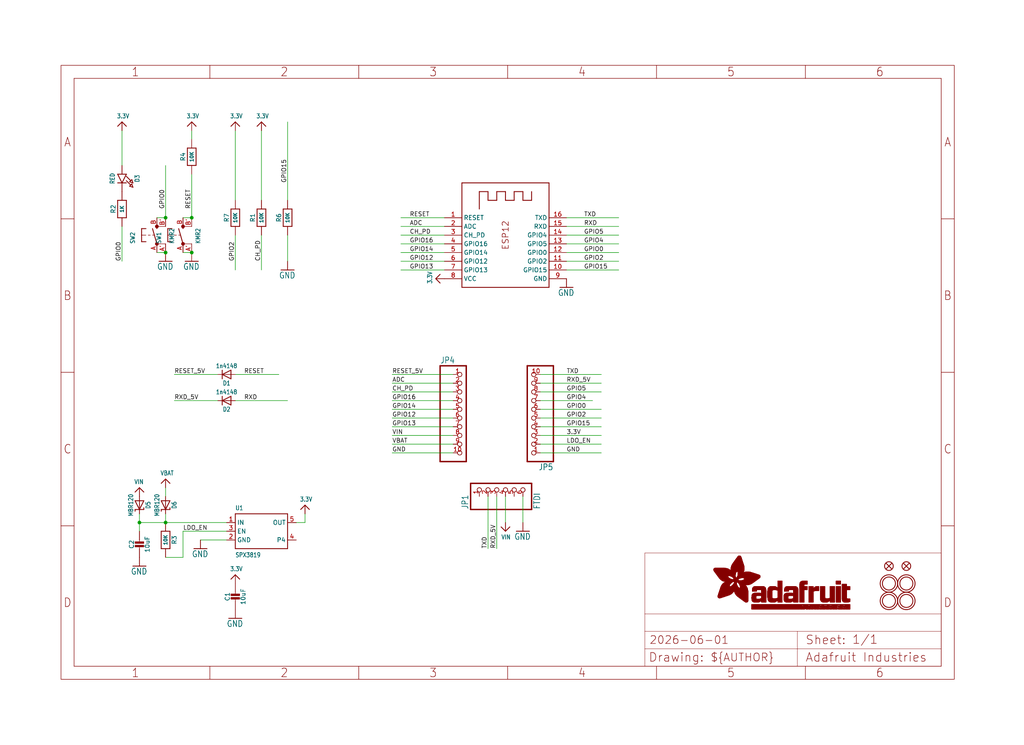
<source format=kicad_sch>
(kicad_sch (version 20230121) (generator eeschema)
  (paper "User" 298.45 217.322)
  (lib_symbols
    (symbol "working-eagle-import:3.3V" (power)
      (property "Value" "3.3V" (at -1.524 1.016 0))
      (symbol "3.3V_1_0"
        (pin power_in line (at 0 -2.54 90) (length 2.54) (name "3.3V") (number "1"))
      )
    )
    (symbol "working-eagle-import:CAP_CERAMIC0805-NOOUTLINE"
      (property "Reference" "C" (at -2.29 1.25 90))
      (symbol "CAP_CERAMIC0805-NOOUTLINE_1_0"
        (pin passive line (at 0 5.08 270) (length 2.54) (name "1") (number "1"))
        (pin passive line (at 0 -2.54 90) (length 2.54) (name "2") (number "2"))
      )
    )
    (symbol "working-eagle-import:DIODE-SCHOTTKYSOD-123"
      (property "Reference" "D" (at 0 2.54 0))
      (symbol "DIODE-SCHOTTKYSOD-123_1_0"
        (pin passive line (at -2.54 0 0) (length 2.54) (name "A") (number "A"))
        (pin passive line (at 2.54 0 180) (length 2.54) (name "C") (number "C"))
      )
    )
    (symbol "working-eagle-import:DIODESOD-323"
      (property "Reference" "D" (at 0 2.54 0))
      (symbol "DIODESOD-323_1_0"
        (pin passive line (at -2.54 0 0) (length 2.54) (name "A") (number "A"))
        (pin passive line (at 2.54 0 180) (length 2.54) (name "C") (number "C"))
      )
    )
    (symbol "working-eagle-import:ESP-12"
      (symbol "ESP-12_1_0"
        (text "ESP12" (at 0 0 900) (effects (font (size 1.778 1.778))))
        (pin input line (at -17.78 5.08 0) (length 5.08) (name "RESET") (number "1"))
        (pin bidirectional line (at 17.78 -10.16 180) (length 5.08) (name "GPIO15") (number "10"))
        (pin bidirectional line (at 17.78 -7.62 180) (length 5.08) (name "GPIO2") (number "11"))
        (pin bidirectional line (at 17.78 -5.08 180) (length 5.08) (name "GPIO0") (number "12"))
        (pin bidirectional line (at 17.78 -2.54 180) (length 5.08) (name "GPIO5") (number "13"))
        (pin bidirectional line (at 17.78 0 180) (length 5.08) (name "GPIO4") (number "14"))
        (pin input line (at 17.78 2.54 180) (length 5.08) (name "RXD") (number "15"))
        (pin output line (at 17.78 5.08 180) (length 5.08) (name "TXD") (number "16"))
        (pin passive line (at -17.78 2.54 0) (length 5.08) (name "ADC") (number "2"))
        (pin input line (at -17.78 0 0) (length 5.08) (name "CH_PD") (number "3"))
        (pin bidirectional line (at -17.78 -2.54 0) (length 5.08) (name "GPIO16") (number "4"))
        (pin bidirectional line (at -17.78 -5.08 0) (length 5.08) (name "GPIO14") (number "5"))
        (pin bidirectional line (at -17.78 -7.62 0) (length 5.08) (name "GPIO12") (number "6"))
        (pin bidirectional line (at -17.78 -10.16 0) (length 5.08) (name "GPIO13") (number "7"))
        (pin power_in line (at -17.78 -12.7 0) (length 5.08) (name "VCC") (number "8"))
        (pin power_in line (at 17.78 -12.7 180) (length 5.08) (name "GND") (number "9"))
      )
    )
    (symbol "working-eagle-import:FIDUCIAL{dblquote}{dblquote}")
    (symbol "working-eagle-import:FRAME_A4_ADAFRUIT"
      (symbol "FRAME_A4_ADAFRUIT_1_0"
        (text "${#}/${##}" (at 230.505 10.16 0) (effects (font (size 2.54 2.54)) (justify left bottom)))
        (text "${AUTHOR}" (at 189.23 5.08 0) (effects (font (size 2.286 2.286)) (justify left bottom)))
        (text "${CURRENT_DATE}" (at 171.45 10.16 0) (effects (font (size 2.286 2.286)) (justify left bottom)))
        (text "${PROJECTNAME}" (at 171.45 15.24 0) (effects (font (size 2.54 2.54)) (justify left bottom)))
        (text "1" (at 21.6958 1.905 0) (effects (font (size 2.54 2.286))))
        (text "1" (at 21.6958 177.165 0) (effects (font (size 2.54 2.286))))
        (text "2" (at 65.0875 1.905 0) (effects (font (size 2.54 2.286))))
        (text "2" (at 65.0875 177.165 0) (effects (font (size 2.54 2.286))))
        (text "3" (at 108.4792 1.905 0) (effects (font (size 2.54 2.286))))
        (text "3" (at 108.4792 177.165 0) (effects (font (size 2.54 2.286))))
        (text "4" (at 151.8708 1.905 0) (effects (font (size 2.54 2.286))))
        (text "4" (at 151.8708 177.165 0) (effects (font (size 2.54 2.286))))
        (text "5" (at 195.2625 1.905 0) (effects (font (size 2.54 2.286))))
        (text "5" (at 195.2625 177.165 0) (effects (font (size 2.54 2.286))))
        (text "6" (at 238.6542 1.905 0) (effects (font (size 2.54 2.286))))
        (text "6" (at 238.6542 177.165 0) (effects (font (size 2.54 2.286))))
        (text "A" (at 1.905 156.6863 0) (effects (font (size 2.54 2.286))))
        (text "A" (at 258.445 156.6863 0) (effects (font (size 2.54 2.286))))
        (text "Adafruit Industries" (at 216.916 4.953 0) (effects (font (size 2.54 2.54)) (justify left bottom)))
        (text "B" (at 1.905 111.9188 0) (effects (font (size 2.54 2.286))))
        (text "B" (at 258.445 111.9188 0) (effects (font (size 2.54 2.286))))
        (text "C" (at 1.905 67.1513 0) (effects (font (size 2.54 2.286))))
        (text "C" (at 258.445 67.1513 0) (effects (font (size 2.54 2.286))))
        (text "D" (at 1.905 22.3838 0) (effects (font (size 2.54 2.286))))
        (text "D" (at 258.445 22.3838 0) (effects (font (size 2.54 2.286))))
        (text "Drawing:" (at 171.196 4.953 0) (effects (font (size 2.54 2.54)) (justify left bottom)))
        (text "Sheet:" (at 216.916 10.033 0) (effects (font (size 2.54 2.54)) (justify left bottom)))
      )
    )
    (symbol "working-eagle-import:GND" (power)
      (property "Value" "GND" (at -2.54 -2.54 0))
      (symbol "GND_1_0"
        (pin power_in line (at 0 2.54 270) (length 2.54) (name "GND") (number "1"))
      )
    )
    (symbol "working-eagle-import:HEADER-1X1070MIL"
      (property "Reference" "JP" (at -6.35 13.335 0))
      (symbol "HEADER-1X1070MIL_1_0"
        (pin passive inverted (at -2.54 10.16 0) (length 2.54) (name "1") (number "1"))
        (pin passive inverted (at -2.54 -12.7 0) (length 2.54) (name "10") (number "10"))
        (pin passive inverted (at -2.54 7.62 0) (length 2.54) (name "2") (number "2"))
        (pin passive inverted (at -2.54 5.08 0) (length 2.54) (name "3") (number "3"))
        (pin passive inverted (at -2.54 2.54 0) (length 2.54) (name "4") (number "4"))
        (pin passive inverted (at -2.54 0 0) (length 2.54) (name "5") (number "5"))
        (pin passive inverted (at -2.54 -2.54 0) (length 2.54) (name "6") (number "6"))
        (pin passive inverted (at -2.54 -5.08 0) (length 2.54) (name "7") (number "7"))
        (pin passive inverted (at -2.54 -7.62 0) (length 2.54) (name "8") (number "8"))
        (pin passive inverted (at -2.54 -10.16 0) (length 2.54) (name "9") (number "9"))
      )
    )
    (symbol "working-eagle-import:HEADER-1X670MIL"
      (property "Reference" "JP" (at -6.35 10.795 0))
      (symbol "HEADER-1X670MIL_1_0"
        (pin passive inverted (at -2.54 7.62 0) (length 2.54) (name "1") (number "1"))
        (pin passive inverted (at -2.54 5.08 0) (length 2.54) (name "2") (number "2"))
        (pin passive inverted (at -2.54 2.54 0) (length 2.54) (name "3") (number "3"))
        (pin passive inverted (at -2.54 0 0) (length 2.54) (name "4") (number "4"))
        (pin passive inverted (at -2.54 -2.54 0) (length 2.54) (name "5") (number "5"))
        (pin passive inverted (at -2.54 -5.08 0) (length 2.54) (name "6") (number "6"))
      )
    )
    (symbol "working-eagle-import:LED0805_NOOUTLINE"
      (property "Reference" "D" (at -1.27 4.445 0))
      (symbol "LED0805_NOOUTLINE_1_0"
        (pin passive line (at -5.08 0 0) (length 2.54) (name "A") (number "A"))
        (pin passive line (at 2.54 0 180) (length 2.54) (name "C") (number "C"))
      )
    )
    (symbol "working-eagle-import:MOUNTINGHOLE2.5")
    (symbol "working-eagle-import:RESISTOR0805_NOOUTLINE"
      (property "Reference" "R" (at 0 2.54 0))
      (symbol "RESISTOR0805_NOOUTLINE_1_0"
        (pin passive line (at -5.08 0 0) (length 2.54) (name "1") (number "1"))
        (pin passive line (at 5.08 0 180) (length 2.54) (name "2") (number "2"))
      )
    )
    (symbol "working-eagle-import:SWITCH_TACT_SMT4.6X2.8"
      (property "Reference" "SW" (at -2.54 6.35 0))
      (symbol "SWITCH_TACT_SMT4.6X2.8_1_0"
        (pin passive line (at -5.08 0 0) (length 2.54) (name "P") (number "A"))
        (pin passive line (at -5.08 -2.54 0) (length 2.54) (name "P1") (number "A'"))
        (pin passive line (at 5.08 0 180) (length 2.54) (name "S") (number "B"))
        (pin passive line (at 5.08 -2.54 180) (length 2.54) (name "S1") (number "B'"))
      )
    )
    (symbol "working-eagle-import:VBAT" (power)
      (property "Value" "VBAT" (at -1.524 1.016 0))
      (symbol "VBAT_1_0"
        (pin power_in line (at 0 -2.54 90) (length 2.54) (name "VBAT") (number "1"))
      )
    )
    (symbol "working-eagle-import:VIN" (power)
      (property "Value" "VIN" (at -1.524 1.016 0))
      (symbol "VIN_1_0"
        (pin power_in line (at 0 -2.54 90) (length 2.54) (name "VIN") (number "1"))
      )
    )
    (symbol "working-eagle-import:VREG_SOT23-5"
      (property "Reference" "U" (at -7.62 6.096 0))
      (symbol "VREG_SOT23-5_1_0"
        (pin power_in line (at -10.16 2.54 0) (length 2.54) (name "IN") (number "1"))
        (pin power_in line (at -10.16 -2.54 0) (length 2.54) (name "GND") (number "2"))
        (pin input line (at -10.16 0 0) (length 2.54) (name "EN") (number "3"))
        (pin bidirectional line (at 10.16 -2.54 180) (length 2.54) (name "P4") (number "4"))
        (pin power_in line (at 10.16 2.54 180) (length 2.54) (name "OUT") (number "5"))
      )
    )
  )
  (junction (at 40.64 152.4))
  (junction (at 55.88 73.66))
  (junction (at 48.26 63.5))
  (junction (at 48.26 73.66))
  (junction (at 55.88 63.5))
  (junction (at 48.26 152.4))
  (wire (pts (xy 175.26 129.54) (xy 157.48 129.54)) (stroke (width 0.1524)))
  (wire (pts (xy 88.9 152.4) (xy 88.9 149.86)) (stroke (width 0.1524)))
  (wire (pts (xy 63.5 116.84) (xy 50.8 116.84)) (stroke (width 0.1524)))
  (wire (pts (xy 129.54 76.2) (xy 116.84 76.2)) (stroke (width 0.1524)))
  (wire (pts (xy 132.08 109.22) (xy 114.3 109.22)) (stroke (width 0.1524)))
  (wire (pts (xy 180.34 66.04) (xy 165.1 66.04)) (stroke (width 0.1524)))
  (wire (pts (xy 48.26 144.78) (xy 48.26 142.24)) (stroke (width 0.1524)))
  (wire (pts (xy 48.26 162.56) (xy 53.34 162.56)) (stroke (width 0.1524)))
  (wire (pts (xy 58.42 157.48) (xy 66.04 157.48)) (stroke (width 0.1524)))
  (wire (pts (xy 132.08 116.84) (xy 114.3 116.84)) (stroke (width 0.1524)))
  (wire (pts (xy 157.48 119.38) (xy 175.26 119.38)) (stroke (width 0.1524)))
  (wire (pts (xy 114.3 129.54) (xy 132.08 129.54)) (stroke (width 0.1524)))
  (wire (pts (xy 83.82 58.42) (xy 83.82 35.56)) (stroke (width 0.1524)))
  (wire (pts (xy 48.26 152.4) (xy 40.64 152.4)) (stroke (width 0.1524)))
  (wire (pts (xy 68.58 58.42) (xy 68.58 38.1)) (stroke (width 0.1524)))
  (wire (pts (xy 157.48 124.46) (xy 175.26 124.46)) (stroke (width 0.1524)))
  (wire (pts (xy 48.26 152.4) (xy 48.26 149.86)) (stroke (width 0.1524)))
  (wire (pts (xy 68.58 68.58) (xy 68.58 78.74)) (stroke (width 0.1524)))
  (wire (pts (xy 129.54 71.12) (xy 116.84 71.12)) (stroke (width 0.1524)))
  (wire (pts (xy 53.34 73.66) (xy 55.88 73.66)) (stroke (width 0.1524)))
  (wire (pts (xy 165.1 63.5) (xy 180.34 63.5)) (stroke (width 0.1524)))
  (wire (pts (xy 157.48 109.22) (xy 175.26 109.22)) (stroke (width 0.1524)))
  (wire (pts (xy 132.08 111.76) (xy 114.3 111.76)) (stroke (width 0.1524)))
  (wire (pts (xy 53.34 162.56) (xy 53.34 154.94)) (stroke (width 0.1524)))
  (wire (pts (xy 40.64 152.4) (xy 40.64 149.86)) (stroke (width 0.1524)))
  (wire (pts (xy 157.48 114.3) (xy 175.26 114.3)) (stroke (width 0.1524)))
  (wire (pts (xy 132.08 132.08) (xy 114.3 132.08)) (stroke (width 0.1524)))
  (wire (pts (xy 86.36 152.4) (xy 88.9 152.4)) (stroke (width 0.1524)))
  (wire (pts (xy 132.08 127) (xy 114.3 127)) (stroke (width 0.1524)))
  (wire (pts (xy 114.3 121.92) (xy 132.08 121.92)) (stroke (width 0.1524)))
  (wire (pts (xy 175.26 111.76) (xy 157.48 111.76)) (stroke (width 0.1524)))
  (wire (pts (xy 142.24 160.02) (xy 142.24 144.78)) (stroke (width 0.1524)))
  (wire (pts (xy 157.48 132.08) (xy 175.26 132.08)) (stroke (width 0.1524)))
  (wire (pts (xy 48.26 48.26) (xy 48.26 63.5)) (stroke (width 0.1524)))
  (wire (pts (xy 157.48 127) (xy 175.26 127)) (stroke (width 0.1524)))
  (wire (pts (xy 35.56 66.04) (xy 35.56 76.2)) (stroke (width 0.1524)))
  (wire (pts (xy 147.32 144.78) (xy 147.32 152.4)) (stroke (width 0.1524)))
  (wire (pts (xy 165.1 73.66) (xy 180.34 73.66)) (stroke (width 0.1524)))
  (wire (pts (xy 40.64 152.4) (xy 40.64 154.94)) (stroke (width 0.1524)))
  (wire (pts (xy 48.26 63.5) (xy 45.72 63.5)) (stroke (width 0.1524)))
  (wire (pts (xy 116.84 68.58) (xy 129.54 68.58)) (stroke (width 0.1524)))
  (wire (pts (xy 144.78 160.02) (xy 144.78 144.78)) (stroke (width 0.1524)))
  (wire (pts (xy 152.4 152.4) (xy 152.4 144.78)) (stroke (width 0.1524)))
  (wire (pts (xy 114.3 124.46) (xy 132.08 124.46)) (stroke (width 0.1524)))
  (wire (pts (xy 175.26 121.92) (xy 157.48 121.92)) (stroke (width 0.1524)))
  (wire (pts (xy 66.04 152.4) (xy 48.26 152.4)) (stroke (width 0.1524)))
  (wire (pts (xy 68.58 116.84) (xy 83.82 116.84)) (stroke (width 0.1524)))
  (wire (pts (xy 68.58 109.22) (xy 81.28 109.22)) (stroke (width 0.1524)))
  (wire (pts (xy 129.54 63.5) (xy 116.84 63.5)) (stroke (width 0.1524)))
  (wire (pts (xy 50.8 109.22) (xy 63.5 109.22)) (stroke (width 0.1524)))
  (wire (pts (xy 165.1 68.58) (xy 180.34 68.58)) (stroke (width 0.1524)))
  (wire (pts (xy 55.88 38.1) (xy 55.88 40.64)) (stroke (width 0.1524)))
  (wire (pts (xy 83.82 76.2) (xy 83.82 68.58)) (stroke (width 0.1524)))
  (wire (pts (xy 114.3 114.3) (xy 132.08 114.3)) (stroke (width 0.1524)))
  (wire (pts (xy 180.34 71.12) (xy 165.1 71.12)) (stroke (width 0.1524)))
  (wire (pts (xy 35.56 48.26) (xy 35.56 38.1)) (stroke (width 0.1524)))
  (wire (pts (xy 76.2 68.58) (xy 76.2 78.74)) (stroke (width 0.1524)))
  (wire (pts (xy 53.34 154.94) (xy 66.04 154.94)) (stroke (width 0.1524)))
  (wire (pts (xy 45.72 73.66) (xy 48.26 73.66)) (stroke (width 0.1524)))
  (wire (pts (xy 116.84 78.74) (xy 129.54 78.74)) (stroke (width 0.1524)))
  (wire (pts (xy 180.34 76.2) (xy 165.1 76.2)) (stroke (width 0.1524)))
  (wire (pts (xy 55.88 50.8) (xy 55.88 63.5)) (stroke (width 0.1524)))
  (wire (pts (xy 132.08 119.38) (xy 114.3 119.38)) (stroke (width 0.1524)))
  (wire (pts (xy 165.1 78.74) (xy 180.34 78.74)) (stroke (width 0.1524)))
  (wire (pts (xy 55.88 63.5) (xy 53.34 63.5)) (stroke (width 0.1524)))
  (wire (pts (xy 172.72 116.84) (xy 157.48 116.84)) (stroke (width 0.1524)))
  (wire (pts (xy 129.54 66.04) (xy 116.84 66.04)) (stroke (width 0.1524)))
  (wire (pts (xy 116.84 73.66) (xy 129.54 73.66)) (stroke (width 0.1524)))
  (wire (pts (xy 76.2 58.42) (xy 76.2 38.1)) (stroke (width 0.1524)))
  (label "3.3V" (at 165.1 127 0) (effects (font (size 1.2446 1.2446))))
  (label "GPIO15" (at 165.1 124.46 0) (effects (font (size 1.2446 1.2446))))
  (label "GPIO4" (at 165.1 116.84 0) (effects (font (size 1.2446 1.2446))))
  (label "VIN" (at 114.3 127 0) (effects (font (size 1.2446 1.2446))))
  (label "GPIO2" (at 165.1 121.92 0) (effects (font (size 1.2446 1.2446))))
  (label "GPIO15" (at 83.82 53.34 90) (effects (font (size 1.2446 1.2446))))
  (label "GPIO12" (at 114.3 121.92 0) (effects (font (size 1.2446 1.2446))))
  (label "GND" (at 114.3 132.08 0) (effects (font (size 1.2446 1.2446))))
  (label "GPIO0" (at 48.26 60.96 90) (effects (font (size 1.2446 1.2446))))
  (label "GPIO14" (at 119.38 73.66 0) (effects (font (size 1.2446 1.2446))))
  (label "LDO_EN" (at 53.34 154.94 0) (effects (font (size 1.2446 1.2446))))
  (label "RESET_5V" (at 50.8 109.22 0) (effects (font (size 1.2446 1.2446))))
  (label "GPIO16" (at 114.3 116.84 0) (effects (font (size 1.2446 1.2446))))
  (label "RESET" (at 119.38 63.5 0) (effects (font (size 1.2446 1.2446))))
  (label "ADC" (at 119.38 66.04 0) (effects (font (size 1.2446 1.2446))))
  (label "TXD" (at 165.1 109.22 0) (effects (font (size 1.2446 1.2446))))
  (label "TXD" (at 142.24 160.02 90) (effects (font (size 1.2446 1.2446))))
  (label "RXD_5V" (at 50.8 116.84 0) (effects (font (size 1.2446 1.2446))))
  (label "GPIO0" (at 170.18 73.66 0) (effects (font (size 1.2446 1.2446))))
  (label "GND" (at 165.1 132.08 0) (effects (font (size 1.2446 1.2446))))
  (label "GPIO0" (at 165.1 119.38 0) (effects (font (size 1.2446 1.2446))))
  (label "RXD" (at 71.12 116.84 0) (effects (font (size 1.2446 1.2446))))
  (label "CH_PD" (at 76.2 76.2 90) (effects (font (size 1.2446 1.2446))))
  (label "RXD_5V" (at 165.1 111.76 0) (effects (font (size 1.2446 1.2446))))
  (label "GPIO2" (at 170.18 76.2 0) (effects (font (size 1.2446 1.2446))))
  (label "GPIO13" (at 114.3 124.46 0) (effects (font (size 1.2446 1.2446))))
  (label "RESET" (at 55.88 60.96 90) (effects (font (size 1.2446 1.2446))))
  (label "RXD_5V" (at 144.78 160.02 90) (effects (font (size 1.2446 1.2446))))
  (label "GPIO4" (at 170.18 71.12 0) (effects (font (size 1.2446 1.2446))))
  (label "RESET_5V" (at 114.3 109.22 0) (effects (font (size 1.2446 1.2446))))
  (label "GPIO13" (at 119.38 78.74 0) (effects (font (size 1.2446 1.2446))))
  (label "GPIO12" (at 119.38 76.2 0) (effects (font (size 1.2446 1.2446))))
  (label "VBAT" (at 114.3 129.54 0) (effects (font (size 1.2446 1.2446))))
  (label "GPIO2" (at 68.58 76.2 90) (effects (font (size 1.2446 1.2446))))
  (label "TXD" (at 170.18 63.5 0) (effects (font (size 1.2446 1.2446))))
  (label "LDO_EN" (at 165.1 129.54 0) (effects (font (size 1.2446 1.2446))))
  (label "GPIO5" (at 165.1 114.3 0) (effects (font (size 1.2446 1.2446))))
  (label "GPIO5" (at 170.18 68.58 0) (effects (font (size 1.2446 1.2446))))
  (label "GPIO16" (at 119.38 71.12 0) (effects (font (size 1.2446 1.2446))))
  (label "GPIO15" (at 170.18 78.74 0) (effects (font (size 1.2446 1.2446))))
  (label "RXD" (at 170.18 66.04 0) (effects (font (size 1.2446 1.2446))))
  (label "CH_PD" (at 114.3 114.3 0) (effects (font (size 1.2446 1.2446))))
  (label "RESET" (at 71.12 109.22 0) (effects (font (size 1.2446 1.2446))))
  (label "CH_PD" (at 119.38 68.58 0) (effects (font (size 1.2446 1.2446))))
  (label "GPIO14" (at 114.3 119.38 0) (effects (font (size 1.2446 1.2446))))
  (label "ADC" (at 114.3 111.76 0) (effects (font (size 1.2446 1.2446))))
  (label "GPIO0" (at 35.56 76.2 90) (effects (font (size 1.2446 1.2446))))
  (symbol (lib_id "working-eagle-import:CAP_CERAMIC0805-NOOUTLINE") (at 68.58 175.26 0) (unit 1)
    (property "Reference" "C1" (at 66.29 174.01 90))
    (property "Value" "10uF" (at 70.88 174.01 90))
    (property "Footprint" "working:0805-NO" (effects hide))
  )
  (symbol (lib_id "working-eagle-import:GND") (at 55.88 76.2 0) (unit 1)
    (property "Reference" "#GND4" (effects hide))
    (property "Value" "GND" (at 53.34 78.74 0) (effects (font (size 1.778 1.5113)) (justify left bottom)))
  )
  (symbol (lib_id "working-eagle-import:MOUNTINGHOLE2.5") (at 259.08 170.18 0) (unit 1)
    (property "Reference" "U$16" (effects hide))
    (property "Value" "MOUNTINGHOLE2.5" (effects hide))
    (property "Footprint" "working:MOUNTINGHOLE_2.5_PLATED" (effects hide))
  )
  (symbol (lib_id "working-eagle-import:3.3V") (at 127 81.28 90) (unit 1)
    (property "Reference" "#U$22" (effects hide))
    (property "Value" "3.3V" (at 125.984 82.804 0) (effects (font (size 1.27 1.0795)) (justify left bottom)))
  )
  (symbol (lib_id "working-eagle-import:GND") (at 165.1 83.82 0) (unit 1)
    (property "Reference" "#GND3" (effects hide))
    (property "Value" "GND" (at 162.56 86.36 0) (effects (font (size 1.778 1.5113)) (justify left bottom)))
  )
  (symbol (lib_id "working-eagle-import:3.3V") (at 68.58 35.56 0) (unit 1)
    (property "Reference" "#U$5" (effects hide))
    (property "Value" "3.3V" (at 67.056 34.544 0) (effects (font (size 1.27 1.0795)) (justify left bottom)))
  )
  (symbol (lib_id "working-eagle-import:HEADER-1X1070MIL") (at 134.62 119.38 0) (unit 1)
    (property "Reference" "JP4" (at 128.27 106.045 0) (effects (font (size 1.778 1.5113)) (justify left bottom)))
    (property "Value" "HEADER-1X1070MIL" (effects hide))
    (property "Footprint" "working:1X10_ROUND70" (effects hide))
  )
  (symbol (lib_id "working-eagle-import:VIN") (at 147.32 154.94 180) (unit 1)
    (property "Reference" "#U$9" (effects hide))
    (property "Value" "VIN" (at 148.844 155.956 0) (effects (font (size 1.27 1.0795)) (justify left bottom)))
  )
  (symbol (lib_id "working-eagle-import:RESISTOR0805_NOOUTLINE") (at 68.58 63.5 90) (unit 1)
    (property "Reference" "R7" (at 66.04 63.5 0))
    (property "Value" "10K" (at 68.58 63.5 0) (effects (font (size 1.016 1.016) bold)))
    (property "Footprint" "working:0805-NO" (effects hide))
  )
  (symbol (lib_id "working-eagle-import:GND") (at 40.64 165.1 0) (unit 1)
    (property "Reference" "#GND11" (effects hide))
    (property "Value" "GND" (at 38.1 167.64 0) (effects (font (size 1.778 1.5113)) (justify left bottom)))
  )
  (symbol (lib_id "working-eagle-import:RESISTOR0805_NOOUTLINE") (at 35.56 60.96 90) (unit 1)
    (property "Reference" "R2" (at 33.02 60.96 0))
    (property "Value" "1K" (at 35.56 60.96 0) (effects (font (size 1.016 1.016) bold)))
    (property "Footprint" "working:0805-NO" (effects hide))
  )
  (symbol (lib_id "working-eagle-import:RESISTOR0805_NOOUTLINE") (at 48.26 157.48 270) (unit 1)
    (property "Reference" "R3" (at 50.8 157.48 0))
    (property "Value" "10K" (at 48.26 157.48 0) (effects (font (size 1.016 1.016) bold)))
    (property "Footprint" "working:0805-NO" (effects hide))
  )
  (symbol (lib_id "working-eagle-import:MOUNTINGHOLE2.5") (at 264.16 170.18 0) (unit 1)
    (property "Reference" "U$18" (effects hide))
    (property "Value" "MOUNTINGHOLE2.5" (effects hide))
    (property "Footprint" "working:MOUNTINGHOLE_2.5_PLATED" (effects hide))
  )
  (symbol (lib_id "working-eagle-import:VIN") (at 40.64 142.24 0) (unit 1)
    (property "Reference" "#U$10" (effects hide))
    (property "Value" "VIN" (at 39.116 141.224 0) (effects (font (size 1.27 1.0795)) (justify left bottom)))
  )
  (symbol (lib_id "working-eagle-import:RESISTOR0805_NOOUTLINE") (at 83.82 63.5 90) (unit 1)
    (property "Reference" "R6" (at 81.28 63.5 0))
    (property "Value" "10K" (at 83.82 63.5 0) (effects (font (size 1.016 1.016) bold)))
    (property "Footprint" "working:0805-NO" (effects hide))
  )
  (symbol (lib_id "working-eagle-import:FIDUCIAL{dblquote}{dblquote}") (at 259.08 165.1 0) (unit 1)
    (property "Reference" "FID3" (effects hide))
    (property "Value" "FIDUCIAL{dblquote}{dblquote}" (effects hide))
    (property "Footprint" "working:FIDUCIAL_1MM" (effects hide))
  )
  (symbol (lib_id "working-eagle-import:3.3V") (at 68.58 167.64 0) (unit 1)
    (property "Reference" "#U$7" (effects hide))
    (property "Value" "3.3V" (at 67.056 166.624 0) (effects (font (size 1.27 1.0795)) (justify left bottom)))
  )
  (symbol (lib_id "working-eagle-import:FRAME_A4_ADAFRUIT") (at 17.78 198.12 0) (unit 1)
    (property "Reference" "#U$8" (effects hide))
    (property "Value" "FRAME_A4_ADAFRUIT" (effects hide))
  )
  (symbol (lib_id "working-eagle-import:VBAT") (at 48.26 139.7 0) (unit 1)
    (property "Reference" "#U$11" (effects hide))
    (property "Value" "VBAT" (at 46.736 138.684 0) (effects (font (size 1.27 1.0795)) (justify left bottom)))
  )
  (symbol (lib_id "working-eagle-import:GND") (at 83.82 78.74 0) (unit 1)
    (property "Reference" "#GND1" (effects hide))
    (property "Value" "GND" (at 81.28 81.28 0) (effects (font (size 1.778 1.5113)) (justify left bottom)))
  )
  (symbol (lib_id "working-eagle-import:GND") (at 48.26 76.2 0) (unit 1)
    (property "Reference" "#GND5" (effects hide))
    (property "Value" "GND" (at 45.72 78.74 0) (effects (font (size 1.778 1.5113)) (justify left bottom)))
  )
  (symbol (lib_id "working-eagle-import:HEADER-1X670MIL") (at 147.32 142.24 90) (unit 1)
    (property "Reference" "JP1" (at 136.525 148.59 0) (effects (font (size 1.778 1.5113)) (justify left bottom)))
    (property "Value" "FTDI" (at 157.48 148.59 0) (effects (font (size 1.778 1.5113)) (justify left bottom)))
    (property "Footprint" "working:1X06_ROUND_70" (effects hide))
  )
  (symbol (lib_id "working-eagle-import:3.3V") (at 35.56 35.56 0) (unit 1)
    (property "Reference" "#U$14" (effects hide))
    (property "Value" "3.3V" (at 34.036 34.544 0) (effects (font (size 1.27 1.0795)) (justify left bottom)))
  )
  (symbol (lib_id "working-eagle-import:VREG_SOT23-5") (at 76.2 154.94 0) (unit 1)
    (property "Reference" "U1" (at 68.58 148.844 0) (effects (font (size 1.27 1.0795)) (justify left bottom)))
    (property "Value" "SPX3819" (at 68.58 162.56 0) (effects (font (size 1.27 1.0795)) (justify left bottom)))
    (property "Footprint" "working:SOT23-5" (effects hide))
  )
  (symbol (lib_id "working-eagle-import:DIODESOD-323") (at 66.04 109.22 180) (unit 1)
    (property "Reference" "D1" (at 66.04 111.76 0) (effects (font (size 1.27 1.0795))))
    (property "Value" "1n4148" (at 66.04 106.72 0) (effects (font (size 1.27 1.0795))))
    (property "Footprint" "working:SOD-323" (effects hide))
  )
  (symbol (lib_id "working-eagle-import:RESISTOR0805_NOOUTLINE") (at 55.88 45.72 90) (unit 1)
    (property "Reference" "R4" (at 53.34 45.72 0))
    (property "Value" "10K" (at 55.88 45.72 0) (effects (font (size 1.016 1.016) bold)))
    (property "Footprint" "working:0805-NO" (effects hide))
  )
  (symbol (lib_id "working-eagle-import:3.3V") (at 55.88 35.56 0) (unit 1)
    (property "Reference" "#U$4" (effects hide))
    (property "Value" "3.3V" (at 54.356 34.544 0) (effects (font (size 1.27 1.0795)) (justify left bottom)))
  )
  (symbol (lib_id "working-eagle-import:GND") (at 58.42 160.02 0) (unit 1)
    (property "Reference" "#GND7" (effects hide))
    (property "Value" "GND" (at 55.88 162.56 0) (effects (font (size 1.778 1.5113)) (justify left bottom)))
  )
  (symbol (lib_id "working-eagle-import:SWITCH_TACT_SMT4.6X2.8") (at 45.72 68.58 90) (unit 1)
    (property "Reference" "SW2" (at 39.37 71.12 0) (effects (font (size 1.27 1.0795)) (justify left bottom)))
    (property "Value" "KMR2" (at 50.8 71.12 0) (effects (font (size 1.27 1.0795)) (justify left bottom)))
    (property "Footprint" "working:BTN_KMR2_4.6X2.8" (effects hide))
  )
  (symbol (lib_id "working-eagle-import:SWITCH_TACT_SMT4.6X2.8") (at 53.34 68.58 90) (unit 1)
    (property "Reference" "SW1" (at 46.99 71.12 0) (effects (font (size 1.27 1.0795)) (justify left bottom)))
    (property "Value" "KMR2" (at 58.42 71.12 0) (effects (font (size 1.27 1.0795)) (justify left bottom)))
    (property "Footprint" "working:BTN_KMR2_4.6X2.8" (effects hide))
  )
  (symbol (lib_id "working-eagle-import:MOUNTINGHOLE2.5") (at 259.08 175.26 0) (unit 1)
    (property "Reference" "U$15" (effects hide))
    (property "Value" "MOUNTINGHOLE2.5" (effects hide))
    (property "Footprint" "working:MOUNTINGHOLE_2.5_PLATED" (effects hide))
  )
  (symbol (lib_id "working-eagle-import:CAP_CERAMIC0805-NOOUTLINE") (at 40.64 160.02 0) (unit 1)
    (property "Reference" "C2" (at 38.35 158.77 90))
    (property "Value" "10uF" (at 42.94 158.77 90))
    (property "Footprint" "working:0805-NO" (effects hide))
  )
  (symbol (lib_id "working-eagle-import:LED0805_NOOUTLINE") (at 35.56 53.34 270) (unit 1)
    (property "Reference" "D3" (at 40.005 52.07 0) (effects (font (size 1.27 1.0795))))
    (property "Value" "RED" (at 32.766 52.07 0) (effects (font (size 1.27 1.0795))))
    (property "Footprint" "working:CHIPLED_0805_NOOUTLINE" (effects hide))
  )
  (symbol (lib_id "working-eagle-import:3.3V") (at 76.2 35.56 0) (unit 1)
    (property "Reference" "#U$1" (effects hide))
    (property "Value" "3.3V" (at 74.676 34.544 0) (effects (font (size 1.27 1.0795)) (justify left bottom)))
  )
  (symbol (lib_id "working-eagle-import:ESP-12") (at 147.32 68.58 0) (unit 1)
    (property "Reference" "X1" (effects hide))
    (property "Value" "ESP-12" (effects hide))
    (property "Footprint" "working:ESP-12" (effects hide))
  )
  (symbol (lib_id "working-eagle-import:HEADER-1X1070MIL") (at 154.94 121.92 180) (unit 1)
    (property "Reference" "JP5" (at 161.29 135.255 0) (effects (font (size 1.778 1.5113)) (justify left bottom)))
    (property "Value" "HEADER-1X1070MIL" (effects hide))
    (property "Footprint" "working:1X10_ROUND70" (effects hide))
  )
  (symbol (lib_id "working-eagle-import:DIODE-SCHOTTKYSOD-123") (at 40.64 147.32 270) (unit 1)
    (property "Reference" "D5" (at 43.18 147.32 0) (effects (font (size 1.27 1.0795))))
    (property "Value" "MBR120" (at 38.14 147.32 0) (effects (font (size 1.27 1.0795))))
    (property "Footprint" "working:SOD-123" (effects hide))
  )
  (symbol (lib_id "working-eagle-import:MOUNTINGHOLE2.5") (at 264.16 175.26 0) (unit 1)
    (property "Reference" "U$17" (effects hide))
    (property "Value" "MOUNTINGHOLE2.5" (effects hide))
    (property "Footprint" "working:MOUNTINGHOLE_2.5_PLATED" (effects hide))
  )
  (symbol (lib_id "working-eagle-import:DIODE-SCHOTTKYSOD-123") (at 48.26 147.32 270) (unit 1)
    (property "Reference" "D6" (at 50.8 147.32 0) (effects (font (size 1.27 1.0795))))
    (property "Value" "MBR120" (at 45.76 147.32 0) (effects (font (size 1.27 1.0795))))
    (property "Footprint" "working:SOD-123" (effects hide))
  )
  (symbol (lib_id "working-eagle-import:GND") (at 68.58 180.34 0) (unit 1)
    (property "Reference" "#GND2" (effects hide))
    (property "Value" "GND" (at 66.04 182.88 0) (effects (font (size 1.778 1.5113)) (justify left bottom)))
  )
  (symbol (lib_id "working-eagle-import:FIDUCIAL{dblquote}{dblquote}") (at 264.16 165.1 0) (unit 1)
    (property "Reference" "FID1" (effects hide))
    (property "Value" "FIDUCIAL{dblquote}{dblquote}" (effects hide))
    (property "Footprint" "working:FIDUCIAL_1MM" (effects hide))
  )
  (symbol (lib_id "working-eagle-import:DIODESOD-323") (at 66.04 116.84 180) (unit 1)
    (property "Reference" "D2" (at 66.04 119.38 0) (effects (font (size 1.27 1.0795))))
    (property "Value" "1n4148" (at 66.04 114.34 0) (effects (font (size 1.27 1.0795))))
    (property "Footprint" "working:SOD-323" (effects hide))
  )
  (symbol (lib_id "working-eagle-import:3.3V") (at 88.9 147.32 0) (unit 1)
    (property "Reference" "#U$6" (effects hide))
    (property "Value" "3.3V" (at 87.376 146.304 0) (effects (font (size 1.27 1.0795)) (justify left bottom)))
  )
  (symbol (lib_id "working-eagle-import:GND") (at 152.4 154.94 0) (unit 1)
    (property "Reference" "#GND6" (effects hide))
    (property "Value" "GND" (at 149.86 157.48 0) (effects (font (size 1.778 1.5113)) (justify left bottom)))
  )
  (symbol (lib_id "working-eagle-import:RESISTOR0805_NOOUTLINE") (at 76.2 63.5 90) (unit 1)
    (property "Reference" "R1" (at 73.66 63.5 0))
    (property "Value" "10K" (at 76.2 63.5 0) (effects (font (size 1.016 1.016) bold)))
    (property "Footprint" "working:0805-NO" (effects hide))
  )
)
</source>
